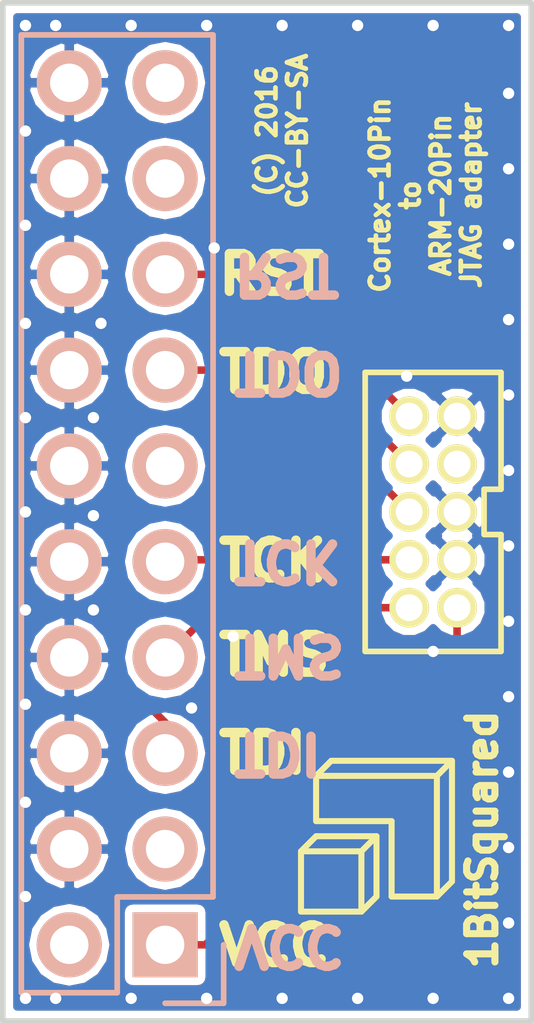
<source format=kicad_pcb>
(kicad_pcb (version 4) (host pcbnew 4.0.1-3.201512221402+6198~38~ubuntu14.04.1-stable)

  (general
    (links 63)
    (no_connects 0)
    (area 19.924999 19.924999 34.075001 47.075001)
    (thickness 1.6)
    (drawings 19)
    (tracks 18)
    (zones 0)
    (modules 49)
    (nets 14)
  )

  (page A4)
  (title_block
    (title "JTAG 10 to 20 pin adapter.")
    (rev V1.0)
    (company 1BitSquared)
    (comment 1 "(C) 2016")
    (comment 2 "CC-BY-SA V4.0")
  )

  (layers
    (0 F.Cu signal)
    (31 B.Cu signal)
    (32 B.Adhes user)
    (33 F.Adhes user)
    (34 B.Paste user)
    (35 F.Paste user)
    (36 B.SilkS user)
    (37 F.SilkS user)
    (38 B.Mask user)
    (39 F.Mask user)
    (40 Dwgs.User user)
    (41 Cmts.User user)
    (42 Eco1.User user)
    (43 Eco2.User user)
    (44 Edge.Cuts user)
    (45 Margin user)
    (46 B.CrtYd user)
    (47 F.CrtYd user)
    (48 B.Fab user)
    (49 F.Fab user)
  )

  (setup
    (last_trace_width 0.2)
    (trace_clearance 0.2)
    (zone_clearance 0.2)
    (zone_45_only no)
    (trace_min 0.2)
    (segment_width 0.2)
    (edge_width 0.15)
    (via_size 0.6)
    (via_drill 0.4)
    (via_min_size 0.4)
    (via_min_drill 0.3)
    (uvia_size 0.3)
    (uvia_drill 0.1)
    (uvias_allowed no)
    (uvia_min_size 0.2)
    (uvia_min_drill 0.1)
    (pcb_text_width 0.3)
    (pcb_text_size 1.5 1.5)
    (mod_edge_width 0.15)
    (mod_text_size 1 1)
    (mod_text_width 0.15)
    (pad_size 0.5 0.5)
    (pad_drill 0.3)
    (pad_to_mask_clearance 0.07)
    (aux_axis_origin 0 0)
    (visible_elements FFFFFF7F)
    (pcbplotparams
      (layerselection 0x00030_80000001)
      (usegerberextensions false)
      (excludeedgelayer true)
      (linewidth 0.100000)
      (plotframeref false)
      (viasonmask false)
      (mode 1)
      (useauxorigin false)
      (hpglpennumber 1)
      (hpglpenspeed 20)
      (hpglpendiameter 15)
      (hpglpenoverlay 2)
      (psnegative false)
      (psa4output false)
      (plotreference true)
      (plotvalue true)
      (plotinvisibletext false)
      (padsonsilk false)
      (subtractmaskfromsilk false)
      (outputformat 1)
      (mirror false)
      (drillshape 1)
      (scaleselection 1)
      (outputdirectory ""))
  )

  (net 0 "")
  (net 1 GND)
  (net 2 "Net-(X1-Pad7)")
  (net 3 "Net-(X2-Pad2)")
  (net 4 "Net-(X2-Pad3)")
  (net 5 "Net-(X2-Pad11)")
  (net 6 "Net-(X2-Pad17)")
  (net 7 "Net-(X2-Pad19)")
  (net 8 /TMS)
  (net 9 /VCC)
  (net 10 /TCK)
  (net 11 /TDO)
  (net 12 /TDI)
  (net 13 /RST)

  (net_class Default "This is the default net class."
    (clearance 0.2)
    (trace_width 0.2)
    (via_dia 0.6)
    (via_drill 0.4)
    (uvia_dia 0.3)
    (uvia_drill 0.1)
    (add_net /RST)
    (add_net /TCK)
    (add_net /TDI)
    (add_net /TDO)
    (add_net /TMS)
    (add_net /VCC)
    (add_net GND)
    (add_net "Net-(X1-Pad7)")
    (add_net "Net-(X2-Pad11)")
    (add_net "Net-(X2-Pad17)")
    (add_net "Net-(X2-Pad19)")
    (add_net "Net-(X2-Pad2)")
    (add_net "Net-(X2-Pad3)")
  )

  (module pkl_misc:via0305 (layer F.Cu) (tedit 56B2E4FA) (tstamp 56B54ED4)
    (at 25.6 26.5)
    (fp_text reference REF** (at 0 0.35) (layer F.SilkS) hide
      (effects (font (size 0.127 0.127) (thickness 0.03175)))
    )
    (fp_text value via0305 (at 0 -0.35) (layer F.Fab) hide
      (effects (font (size 0.127 0.127) (thickness 0.03175)))
    )
    (pad "" thru_hole circle (at 0 0) (size 0.5 0.5) (drill 0.3) (layers *.Cu)
      (net 1 GND) (zone_connect 2))
  )

  (module pkl_misc:via0305 (layer F.Cu) (tedit 56B2E4FA) (tstamp 56B54ED0)
    (at 30.7 29.9)
    (fp_text reference REF** (at 0 0.35) (layer F.SilkS) hide
      (effects (font (size 0.127 0.127) (thickness 0.03175)))
    )
    (fp_text value via0305 (at 0 -0.35) (layer F.Fab) hide
      (effects (font (size 0.127 0.127) (thickness 0.03175)))
    )
    (pad "" thru_hole circle (at 0 0) (size 0.5 0.5) (drill 0.3) (layers *.Cu)
      (net 1 GND) (zone_connect 2))
  )

  (module pkl_misc:via0305 (layer F.Cu) (tedit 56B2E4FA) (tstamp 56B54ECC)
    (at 22.6 28.5)
    (fp_text reference REF** (at 0 0.35) (layer F.SilkS) hide
      (effects (font (size 0.127 0.127) (thickness 0.03175)))
    )
    (fp_text value via0305 (at 0 -0.35) (layer F.Fab) hide
      (effects (font (size 0.127 0.127) (thickness 0.03175)))
    )
    (pad "" thru_hole circle (at 0 0) (size 0.5 0.5) (drill 0.3) (layers *.Cu)
      (net 1 GND) (zone_connect 2))
  )

  (module pkl_misc:via0305 (layer F.Cu) (tedit 56B2E4FA) (tstamp 56B54EC8)
    (at 22.4 31)
    (fp_text reference REF** (at 0 0.35) (layer F.SilkS) hide
      (effects (font (size 0.127 0.127) (thickness 0.03175)))
    )
    (fp_text value via0305 (at 0 -0.35) (layer F.Fab) hide
      (effects (font (size 0.127 0.127) (thickness 0.03175)))
    )
    (pad "" thru_hole circle (at 0 0) (size 0.5 0.5) (drill 0.3) (layers *.Cu)
      (net 1 GND) (zone_connect 2))
  )

  (module pkl_misc:via0305 (layer F.Cu) (tedit 56B2E4FA) (tstamp 56B54EC4)
    (at 22.4 33.6)
    (fp_text reference REF** (at 0 0.35) (layer F.SilkS) hide
      (effects (font (size 0.127 0.127) (thickness 0.03175)))
    )
    (fp_text value via0305 (at 0 -0.35) (layer F.Fab) hide
      (effects (font (size 0.127 0.127) (thickness 0.03175)))
    )
    (pad "" thru_hole circle (at 0 0) (size 0.5 0.5) (drill 0.3) (layers *.Cu)
      (net 1 GND) (zone_connect 2))
  )

  (module pkl_misc:via0305 (layer F.Cu) (tedit 56B2E4FA) (tstamp 56B54EC0)
    (at 22.4 36.1)
    (fp_text reference REF** (at 0 0.35) (layer F.SilkS) hide
      (effects (font (size 0.127 0.127) (thickness 0.03175)))
    )
    (fp_text value via0305 (at 0 -0.35) (layer F.Fab) hide
      (effects (font (size 0.127 0.127) (thickness 0.03175)))
    )
    (pad "" thru_hole circle (at 0 0) (size 0.5 0.5) (drill 0.3) (layers *.Cu)
      (net 1 GND) (zone_connect 2))
  )

  (module pkl_misc:via0305 (layer F.Cu) (tedit 56B2E4FA) (tstamp 56B54EBC)
    (at 25 38.7)
    (fp_text reference REF** (at 0 0.35) (layer F.SilkS) hide
      (effects (font (size 0.127 0.127) (thickness 0.03175)))
    )
    (fp_text value via0305 (at 0 -0.35) (layer F.Fab) hide
      (effects (font (size 0.127 0.127) (thickness 0.03175)))
    )
    (pad "" thru_hole circle (at 0 0) (size 0.5 0.5) (drill 0.3) (layers *.Cu)
      (net 1 GND) (zone_connect 2))
  )

  (module pkl_misc:via0305 (layer F.Cu) (tedit 56B2E4FA) (tstamp 56B54EB8)
    (at 26.1 36.8)
    (fp_text reference REF** (at 0 0.35) (layer F.SilkS) hide
      (effects (font (size 0.127 0.127) (thickness 0.03175)))
    )
    (fp_text value via0305 (at 0 -0.35) (layer F.Fab) hide
      (effects (font (size 0.127 0.127) (thickness 0.03175)))
    )
    (pad "" thru_hole circle (at 0 0) (size 0.5 0.5) (drill 0.3) (layers *.Cu)
      (net 1 GND) (zone_connect 2))
  )

  (module pkl_misc:via0305 (layer F.Cu) (tedit 56B2E4FA) (tstamp 56B54EB4)
    (at 31.4 37.2)
    (fp_text reference REF** (at 0 0.35) (layer F.SilkS) hide
      (effects (font (size 0.127 0.127) (thickness 0.03175)))
    )
    (fp_text value via0305 (at 0 -0.35) (layer F.Fab) hide
      (effects (font (size 0.127 0.127) (thickness 0.03175)))
    )
    (pad "" thru_hole circle (at 0 0) (size 0.5 0.5) (drill 0.3) (layers *.Cu)
      (net 1 GND) (zone_connect 2))
  )

  (module pkl_misc:via0305 (layer F.Cu) (tedit 56B2E4FA) (tstamp 56B54EB0)
    (at 21.4 46.4)
    (fp_text reference REF** (at 0 0.35) (layer F.SilkS) hide
      (effects (font (size 0.127 0.127) (thickness 0.03175)))
    )
    (fp_text value via0305 (at 0 -0.35) (layer F.Fab) hide
      (effects (font (size 0.127 0.127) (thickness 0.03175)))
    )
    (pad "" thru_hole circle (at 0 0) (size 0.5 0.5) (drill 0.3) (layers *.Cu)
      (net 1 GND) (zone_connect 2))
  )

  (module pkl_misc:via0305 (layer F.Cu) (tedit 56B2E4FA) (tstamp 56B54EAC)
    (at 23.4 46.4)
    (fp_text reference REF** (at 0 0.35) (layer F.SilkS) hide
      (effects (font (size 0.127 0.127) (thickness 0.03175)))
    )
    (fp_text value via0305 (at 0 -0.35) (layer F.Fab) hide
      (effects (font (size 0.127 0.127) (thickness 0.03175)))
    )
    (pad "" thru_hole circle (at 0 0) (size 0.5 0.5) (drill 0.3) (layers *.Cu)
      (net 1 GND) (zone_connect 2))
  )

  (module pkl_misc:via0305 (layer F.Cu) (tedit 56B2E4FA) (tstamp 56B54EA8)
    (at 25.4 46.4)
    (fp_text reference REF** (at 0 0.35) (layer F.SilkS) hide
      (effects (font (size 0.127 0.127) (thickness 0.03175)))
    )
    (fp_text value via0305 (at 0 -0.35) (layer F.Fab) hide
      (effects (font (size 0.127 0.127) (thickness 0.03175)))
    )
    (pad "" thru_hole circle (at 0 0) (size 0.5 0.5) (drill 0.3) (layers *.Cu)
      (net 1 GND) (zone_connect 2))
  )

  (module pkl_misc:via0305 (layer F.Cu) (tedit 56B2E4FA) (tstamp 56B54EA4)
    (at 27.4 46.4)
    (fp_text reference REF** (at 0 0.35) (layer F.SilkS) hide
      (effects (font (size 0.127 0.127) (thickness 0.03175)))
    )
    (fp_text value via0305 (at 0 -0.35) (layer F.Fab) hide
      (effects (font (size 0.127 0.127) (thickness 0.03175)))
    )
    (pad "" thru_hole circle (at 0 0) (size 0.5 0.5) (drill 0.3) (layers *.Cu)
      (net 1 GND) (zone_connect 2))
  )

  (module pkl_misc:via0305 (layer F.Cu) (tedit 56B2E4FA) (tstamp 56B54EA0)
    (at 29.4 46.4)
    (fp_text reference REF** (at 0 0.35) (layer F.SilkS) hide
      (effects (font (size 0.127 0.127) (thickness 0.03175)))
    )
    (fp_text value via0305 (at 0 -0.35) (layer F.Fab) hide
      (effects (font (size 0.127 0.127) (thickness 0.03175)))
    )
    (pad "" thru_hole circle (at 0 0) (size 0.5 0.5) (drill 0.3) (layers *.Cu)
      (net 1 GND) (zone_connect 2))
  )

  (module pkl_misc:via0305 (layer F.Cu) (tedit 56B2E4FA) (tstamp 56B54E9C)
    (at 31.4 46.4)
    (fp_text reference REF** (at 0 0.35) (layer F.SilkS) hide
      (effects (font (size 0.127 0.127) (thickness 0.03175)))
    )
    (fp_text value via0305 (at 0 -0.35) (layer F.Fab) hide
      (effects (font (size 0.127 0.127) (thickness 0.03175)))
    )
    (pad "" thru_hole circle (at 0 0) (size 0.5 0.5) (drill 0.3) (layers *.Cu)
      (net 1 GND) (zone_connect 2))
  )

  (module pkl_misc:via0305 (layer F.Cu) (tedit 56B2E4FA) (tstamp 56B54E98)
    (at 20.6 46.4)
    (fp_text reference REF** (at 0 0.35) (layer F.SilkS) hide
      (effects (font (size 0.127 0.127) (thickness 0.03175)))
    )
    (fp_text value via0305 (at 0 -0.35) (layer F.Fab) hide
      (effects (font (size 0.127 0.127) (thickness 0.03175)))
    )
    (pad "" thru_hole circle (at 0 0) (size 0.5 0.5) (drill 0.3) (layers *.Cu)
      (net 1 GND) (zone_connect 2))
  )

  (module pkl_misc:via0305 (layer F.Cu) (tedit 56B2E4FA) (tstamp 56B54E94)
    (at 20.6 43.7)
    (fp_text reference REF** (at 0 0.35) (layer F.SilkS) hide
      (effects (font (size 0.127 0.127) (thickness 0.03175)))
    )
    (fp_text value via0305 (at 0 -0.35) (layer F.Fab) hide
      (effects (font (size 0.127 0.127) (thickness 0.03175)))
    )
    (pad "" thru_hole circle (at 0 0) (size 0.5 0.5) (drill 0.3) (layers *.Cu)
      (net 1 GND) (zone_connect 2))
  )

  (module pkl_misc:via0305 (layer F.Cu) (tedit 56B2E4FA) (tstamp 56B54E90)
    (at 20.6 41.2)
    (fp_text reference REF** (at 0 0.35) (layer F.SilkS) hide
      (effects (font (size 0.127 0.127) (thickness 0.03175)))
    )
    (fp_text value via0305 (at 0 -0.35) (layer F.Fab) hide
      (effects (font (size 0.127 0.127) (thickness 0.03175)))
    )
    (pad "" thru_hole circle (at 0 0) (size 0.5 0.5) (drill 0.3) (layers *.Cu)
      (net 1 GND) (zone_connect 2))
  )

  (module pkl_misc:via0305 (layer F.Cu) (tedit 56B2E4FA) (tstamp 56B54E8C)
    (at 20.6 38.6)
    (fp_text reference REF** (at 0 0.35) (layer F.SilkS) hide
      (effects (font (size 0.127 0.127) (thickness 0.03175)))
    )
    (fp_text value via0305 (at 0 -0.35) (layer F.Fab) hide
      (effects (font (size 0.127 0.127) (thickness 0.03175)))
    )
    (pad "" thru_hole circle (at 0 0) (size 0.5 0.5) (drill 0.3) (layers *.Cu)
      (net 1 GND) (zone_connect 2))
  )

  (module pkl_misc:via0305 (layer F.Cu) (tedit 56B2E4FA) (tstamp 56B54E88)
    (at 20.6 36.1)
    (fp_text reference REF** (at 0 0.35) (layer F.SilkS) hide
      (effects (font (size 0.127 0.127) (thickness 0.03175)))
    )
    (fp_text value via0305 (at 0 -0.35) (layer F.Fab) hide
      (effects (font (size 0.127 0.127) (thickness 0.03175)))
    )
    (pad "" thru_hole circle (at 0 0) (size 0.5 0.5) (drill 0.3) (layers *.Cu)
      (net 1 GND) (zone_connect 2))
  )

  (module pkl_misc:via0305 (layer F.Cu) (tedit 56B2E4FA) (tstamp 56B54E84)
    (at 20.6 33.5)
    (fp_text reference REF** (at 0 0.35) (layer F.SilkS) hide
      (effects (font (size 0.127 0.127) (thickness 0.03175)))
    )
    (fp_text value via0305 (at 0 -0.35) (layer F.Fab) hide
      (effects (font (size 0.127 0.127) (thickness 0.03175)))
    )
    (pad "" thru_hole circle (at 0 0) (size 0.5 0.5) (drill 0.3) (layers *.Cu)
      (net 1 GND) (zone_connect 2))
  )

  (module pkl_misc:via0305 (layer F.Cu) (tedit 56B2E4FA) (tstamp 56B54E80)
    (at 20.6 31)
    (fp_text reference REF** (at 0 0.35) (layer F.SilkS) hide
      (effects (font (size 0.127 0.127) (thickness 0.03175)))
    )
    (fp_text value via0305 (at 0 -0.35) (layer F.Fab) hide
      (effects (font (size 0.127 0.127) (thickness 0.03175)))
    )
    (pad "" thru_hole circle (at 0 0) (size 0.5 0.5) (drill 0.3) (layers *.Cu)
      (net 1 GND) (zone_connect 2))
  )

  (module pkl_misc:via0305 (layer F.Cu) (tedit 56B2E4FA) (tstamp 56B54E7C)
    (at 20.6 28.5)
    (fp_text reference REF** (at 0 0.35) (layer F.SilkS) hide
      (effects (font (size 0.127 0.127) (thickness 0.03175)))
    )
    (fp_text value via0305 (at 0 -0.35) (layer F.Fab) hide
      (effects (font (size 0.127 0.127) (thickness 0.03175)))
    )
    (pad "" thru_hole circle (at 0 0) (size 0.5 0.5) (drill 0.3) (layers *.Cu)
      (net 1 GND) (zone_connect 2))
  )

  (module pkl_misc:via0305 (layer F.Cu) (tedit 56B2E4FA) (tstamp 56B54E78)
    (at 20.6 25.9)
    (fp_text reference REF** (at 0 0.35) (layer F.SilkS) hide
      (effects (font (size 0.127 0.127) (thickness 0.03175)))
    )
    (fp_text value via0305 (at 0 -0.35) (layer F.Fab) hide
      (effects (font (size 0.127 0.127) (thickness 0.03175)))
    )
    (pad "" thru_hole circle (at 0 0) (size 0.5 0.5) (drill 0.3) (layers *.Cu)
      (net 1 GND) (zone_connect 2))
  )

  (module pkl_misc:via0305 (layer F.Cu) (tedit 56B2E4FA) (tstamp 56B54E74)
    (at 20.6 23.4)
    (fp_text reference REF** (at 0 0.35) (layer F.SilkS) hide
      (effects (font (size 0.127 0.127) (thickness 0.03175)))
    )
    (fp_text value via0305 (at 0 -0.35) (layer F.Fab) hide
      (effects (font (size 0.127 0.127) (thickness 0.03175)))
    )
    (pad "" thru_hole circle (at 0 0) (size 0.5 0.5) (drill 0.3) (layers *.Cu)
      (net 1 GND) (zone_connect 2))
  )

  (module pkl_misc:via0305 (layer F.Cu) (tedit 56B2E4FA) (tstamp 56B54E70)
    (at 20.6 20.6)
    (fp_text reference REF** (at 0 0.35) (layer F.SilkS) hide
      (effects (font (size 0.127 0.127) (thickness 0.03175)))
    )
    (fp_text value via0305 (at 0 -0.35) (layer F.Fab) hide
      (effects (font (size 0.127 0.127) (thickness 0.03175)))
    )
    (pad "" thru_hole circle (at 0 0) (size 0.5 0.5) (drill 0.3) (layers *.Cu)
      (net 1 GND) (zone_connect 2))
  )

  (module pkl_misc:via0305 (layer F.Cu) (tedit 56B2E4FA) (tstamp 56B54E6C)
    (at 21.4 20.6)
    (fp_text reference REF** (at 0 0.35) (layer F.SilkS) hide
      (effects (font (size 0.127 0.127) (thickness 0.03175)))
    )
    (fp_text value via0305 (at 0 -0.35) (layer F.Fab) hide
      (effects (font (size 0.127 0.127) (thickness 0.03175)))
    )
    (pad "" thru_hole circle (at 0 0) (size 0.5 0.5) (drill 0.3) (layers *.Cu)
      (net 1 GND) (zone_connect 2))
  )

  (module pkl_misc:via0305 (layer F.Cu) (tedit 56B2E4FA) (tstamp 56B54E68)
    (at 23.4 20.6)
    (fp_text reference REF** (at 0 0.35) (layer F.SilkS) hide
      (effects (font (size 0.127 0.127) (thickness 0.03175)))
    )
    (fp_text value via0305 (at 0 -0.35) (layer F.Fab) hide
      (effects (font (size 0.127 0.127) (thickness 0.03175)))
    )
    (pad "" thru_hole circle (at 0 0) (size 0.5 0.5) (drill 0.3) (layers *.Cu)
      (net 1 GND) (zone_connect 2))
  )

  (module pkl_misc:via0305 (layer F.Cu) (tedit 56B2E4FA) (tstamp 56B54E64)
    (at 25.4 20.6)
    (fp_text reference REF** (at 0 0.35) (layer F.SilkS) hide
      (effects (font (size 0.127 0.127) (thickness 0.03175)))
    )
    (fp_text value via0305 (at 0 -0.35) (layer F.Fab) hide
      (effects (font (size 0.127 0.127) (thickness 0.03175)))
    )
    (pad "" thru_hole circle (at 0 0) (size 0.5 0.5) (drill 0.3) (layers *.Cu)
      (net 1 GND) (zone_connect 2))
  )

  (module pkl_misc:via0305 (layer F.Cu) (tedit 56B2E4FA) (tstamp 56B54E60)
    (at 27.4 20.6)
    (fp_text reference REF** (at 0 0.35) (layer F.SilkS) hide
      (effects (font (size 0.127 0.127) (thickness 0.03175)))
    )
    (fp_text value via0305 (at 0 -0.35) (layer F.Fab) hide
      (effects (font (size 0.127 0.127) (thickness 0.03175)))
    )
    (pad "" thru_hole circle (at 0 0) (size 0.5 0.5) (drill 0.3) (layers *.Cu)
      (net 1 GND) (zone_connect 2))
  )

  (module pkl_misc:via0305 (layer F.Cu) (tedit 56B2E4FA) (tstamp 56B54E5C)
    (at 29.4 20.6)
    (fp_text reference REF** (at 0 0.35) (layer F.SilkS) hide
      (effects (font (size 0.127 0.127) (thickness 0.03175)))
    )
    (fp_text value via0305 (at 0 -0.35) (layer F.Fab) hide
      (effects (font (size 0.127 0.127) (thickness 0.03175)))
    )
    (pad "" thru_hole circle (at 0 0) (size 0.5 0.5) (drill 0.3) (layers *.Cu)
      (net 1 GND) (zone_connect 2))
  )

  (module pkl_misc:via0305 (layer F.Cu) (tedit 56B2E4FA) (tstamp 56B54E54)
    (at 31.4 20.6)
    (fp_text reference REF** (at 0 0.35) (layer F.SilkS) hide
      (effects (font (size 0.127 0.127) (thickness 0.03175)))
    )
    (fp_text value via0305 (at 0 -0.35) (layer F.Fab) hide
      (effects (font (size 0.127 0.127) (thickness 0.03175)))
    )
    (pad "" thru_hole circle (at 0 0) (size 0.5 0.5) (drill 0.3) (layers *.Cu)
      (net 1 GND) (zone_connect 2))
  )

  (module pkl_misc:via0305 (layer F.Cu) (tedit 56B2E4FA) (tstamp 56B54E50)
    (at 33.4 20.6)
    (fp_text reference REF** (at 0 0.35) (layer F.SilkS) hide
      (effects (font (size 0.127 0.127) (thickness 0.03175)))
    )
    (fp_text value via0305 (at 0 -0.35) (layer F.Fab) hide
      (effects (font (size 0.127 0.127) (thickness 0.03175)))
    )
    (pad "" thru_hole circle (at 0 0) (size 0.5 0.5) (drill 0.3) (layers *.Cu)
      (net 1 GND) (zone_connect 2))
  )

  (module pkl_misc:via0305 (layer F.Cu) (tedit 56B2E4FA) (tstamp 56B54E4C)
    (at 33.4 22.4)
    (fp_text reference REF** (at 0 0.35) (layer F.SilkS) hide
      (effects (font (size 0.127 0.127) (thickness 0.03175)))
    )
    (fp_text value via0305 (at 0 -0.35) (layer F.Fab) hide
      (effects (font (size 0.127 0.127) (thickness 0.03175)))
    )
    (pad "" thru_hole circle (at 0 0) (size 0.5 0.5) (drill 0.3) (layers *.Cu)
      (net 1 GND) (zone_connect 2))
  )

  (module pkl_misc:via0305 (layer F.Cu) (tedit 56B2E4FA) (tstamp 56B54E48)
    (at 33.4 24.4)
    (fp_text reference REF** (at 0 0.35) (layer F.SilkS) hide
      (effects (font (size 0.127 0.127) (thickness 0.03175)))
    )
    (fp_text value via0305 (at 0 -0.35) (layer F.Fab) hide
      (effects (font (size 0.127 0.127) (thickness 0.03175)))
    )
    (pad "" thru_hole circle (at 0 0) (size 0.5 0.5) (drill 0.3) (layers *.Cu)
      (net 1 GND) (zone_connect 2))
  )

  (module pkl_misc:via0305 (layer F.Cu) (tedit 56B2E4FA) (tstamp 56B54E44)
    (at 33.4 26.4)
    (fp_text reference REF** (at 0 0.35) (layer F.SilkS) hide
      (effects (font (size 0.127 0.127) (thickness 0.03175)))
    )
    (fp_text value via0305 (at 0 -0.35) (layer F.Fab) hide
      (effects (font (size 0.127 0.127) (thickness 0.03175)))
    )
    (pad "" thru_hole circle (at 0 0) (size 0.5 0.5) (drill 0.3) (layers *.Cu)
      (net 1 GND) (zone_connect 2))
  )

  (module pkl_misc:via0305 (layer F.Cu) (tedit 56B2E4FA) (tstamp 56B54E40)
    (at 33.4 28.4)
    (fp_text reference REF** (at 0 0.35) (layer F.SilkS) hide
      (effects (font (size 0.127 0.127) (thickness 0.03175)))
    )
    (fp_text value via0305 (at 0 -0.35) (layer F.Fab) hide
      (effects (font (size 0.127 0.127) (thickness 0.03175)))
    )
    (pad "" thru_hole circle (at 0 0) (size 0.5 0.5) (drill 0.3) (layers *.Cu)
      (net 1 GND) (zone_connect 2))
  )

  (module pkl_misc:via0305 (layer F.Cu) (tedit 56B2E4FA) (tstamp 56B54E3C)
    (at 33.4 30.4)
    (fp_text reference REF** (at 0 0.35) (layer F.SilkS) hide
      (effects (font (size 0.127 0.127) (thickness 0.03175)))
    )
    (fp_text value via0305 (at 0 -0.35) (layer F.Fab) hide
      (effects (font (size 0.127 0.127) (thickness 0.03175)))
    )
    (pad "" thru_hole circle (at 0 0) (size 0.5 0.5) (drill 0.3) (layers *.Cu)
      (net 1 GND) (zone_connect 2))
  )

  (module pkl_misc:via0305 (layer F.Cu) (tedit 56B2E4FA) (tstamp 56B54E38)
    (at 33.4 32.4)
    (fp_text reference REF** (at 0 0.35) (layer F.SilkS) hide
      (effects (font (size 0.127 0.127) (thickness 0.03175)))
    )
    (fp_text value via0305 (at 0 -0.35) (layer F.Fab) hide
      (effects (font (size 0.127 0.127) (thickness 0.03175)))
    )
    (pad "" thru_hole circle (at 0 0) (size 0.5 0.5) (drill 0.3) (layers *.Cu)
      (net 1 GND) (zone_connect 2))
  )

  (module pkl_misc:via0305 (layer F.Cu) (tedit 56B2E4FA) (tstamp 56B54E34)
    (at 33.4 34.4)
    (fp_text reference REF** (at 0 0.35) (layer F.SilkS) hide
      (effects (font (size 0.127 0.127) (thickness 0.03175)))
    )
    (fp_text value via0305 (at 0 -0.35) (layer F.Fab) hide
      (effects (font (size 0.127 0.127) (thickness 0.03175)))
    )
    (pad "" thru_hole circle (at 0 0) (size 0.5 0.5) (drill 0.3) (layers *.Cu)
      (net 1 GND) (zone_connect 2))
  )

  (module pkl_misc:via0305 (layer F.Cu) (tedit 56B2E4FA) (tstamp 56B54E30)
    (at 33.4 36.4)
    (fp_text reference REF** (at 0 0.35) (layer F.SilkS) hide
      (effects (font (size 0.127 0.127) (thickness 0.03175)))
    )
    (fp_text value via0305 (at 0 -0.35) (layer F.Fab) hide
      (effects (font (size 0.127 0.127) (thickness 0.03175)))
    )
    (pad "" thru_hole circle (at 0 0) (size 0.5 0.5) (drill 0.3) (layers *.Cu)
      (net 1 GND) (zone_connect 2))
  )

  (module pkl_misc:via0305 (layer F.Cu) (tedit 56B2E4FA) (tstamp 56B54E2C)
    (at 33.4 38.4)
    (fp_text reference REF** (at 0 0.35) (layer F.SilkS) hide
      (effects (font (size 0.127 0.127) (thickness 0.03175)))
    )
    (fp_text value via0305 (at 0 -0.35) (layer F.Fab) hide
      (effects (font (size 0.127 0.127) (thickness 0.03175)))
    )
    (pad "" thru_hole circle (at 0 0) (size 0.5 0.5) (drill 0.3) (layers *.Cu)
      (net 1 GND) (zone_connect 2))
  )

  (module pkl_misc:via0305 (layer F.Cu) (tedit 56B2E4FA) (tstamp 56B54E24)
    (at 33.4 40.4)
    (fp_text reference REF** (at 0 0.35) (layer F.SilkS) hide
      (effects (font (size 0.127 0.127) (thickness 0.03175)))
    )
    (fp_text value via0305 (at 0 -0.35) (layer F.Fab) hide
      (effects (font (size 0.127 0.127) (thickness 0.03175)))
    )
    (pad "" thru_hole circle (at 0 0) (size 0.5 0.5) (drill 0.3) (layers *.Cu)
      (net 1 GND) (zone_connect 2))
  )

  (module pkl_misc:via0305 (layer F.Cu) (tedit 56B2E4FA) (tstamp 56B54E1C)
    (at 33.4 42.4)
    (fp_text reference REF** (at 0 0.35) (layer F.SilkS) hide
      (effects (font (size 0.127 0.127) (thickness 0.03175)))
    )
    (fp_text value via0305 (at 0 -0.35) (layer F.Fab) hide
      (effects (font (size 0.127 0.127) (thickness 0.03175)))
    )
    (pad "" thru_hole circle (at 0 0) (size 0.5 0.5) (drill 0.3) (layers *.Cu)
      (net 1 GND) (zone_connect 2))
  )

  (module pkl_misc:via0305 (layer F.Cu) (tedit 56B2E4FA) (tstamp 56B54E14)
    (at 33.4 44.4)
    (fp_text reference REF** (at 0 0.35) (layer F.SilkS) hide
      (effects (font (size 0.127 0.127) (thickness 0.03175)))
    )
    (fp_text value via0305 (at 0 -0.35) (layer F.Fab) hide
      (effects (font (size 0.127 0.127) (thickness 0.03175)))
    )
    (pad "" thru_hole circle (at 0 0) (size 0.5 0.5) (drill 0.3) (layers *.Cu)
      (net 1 GND) (zone_connect 2))
  )

  (module Socket_Strips:Socket_Strip_Straight_2x10 (layer B.Cu) (tedit 56B2E492) (tstamp 56B5174C)
    (at 24.3 44.98 90)
    (descr "Through hole socket strip")
    (tags "socket strip")
    (path /56B39F62)
    (fp_text reference X2 (at 11.8 5 90) (layer B.Fab)
      (effects (font (size 1 1) (thickness 0.15)) (justify mirror))
    )
    (fp_text value JTAG-20 (at 11.58 2.8 90) (layer B.Fab)
      (effects (font (size 1 1) (thickness 0.15)) (justify mirror))
    )
    (fp_line (start -1.75 1.75) (end -1.75 -4.3) (layer B.CrtYd) (width 0.05))
    (fp_line (start 24.65 1.75) (end 24.65 -4.3) (layer B.CrtYd) (width 0.05))
    (fp_line (start -1.75 1.75) (end 24.65 1.75) (layer B.CrtYd) (width 0.05))
    (fp_line (start -1.75 -4.3) (end 24.65 -4.3) (layer B.CrtYd) (width 0.05))
    (fp_line (start 24.13 -3.81) (end -1.27 -3.81) (layer B.SilkS) (width 0.15))
    (fp_line (start 1.27 1.27) (end 24.13 1.27) (layer B.SilkS) (width 0.15))
    (fp_line (start 24.13 -3.81) (end 24.13 1.27) (layer B.SilkS) (width 0.15))
    (fp_line (start -1.27 -3.81) (end -1.27 -1.27) (layer B.SilkS) (width 0.15))
    (fp_line (start 0 1.55) (end -1.55 1.55) (layer B.SilkS) (width 0.15))
    (fp_line (start -1.27 -1.27) (end 1.27 -1.27) (layer B.SilkS) (width 0.15))
    (fp_line (start 1.27 -1.27) (end 1.27 1.27) (layer B.SilkS) (width 0.15))
    (fp_line (start -1.55 1.55) (end -1.55 0) (layer B.SilkS) (width 0.15))
    (pad 1 thru_hole rect (at 0 0 90) (size 1.7272 1.7272) (drill 1.016) (layers *.Cu *.Mask B.SilkS)
      (net 9 /VCC))
    (pad 2 thru_hole oval (at 0 -2.54 90) (size 1.7272 1.7272) (drill 1.016) (layers *.Cu *.Mask B.SilkS)
      (net 3 "Net-(X2-Pad2)"))
    (pad 3 thru_hole oval (at 2.54 0 90) (size 1.7272 1.7272) (drill 1.016) (layers *.Cu *.Mask B.SilkS)
      (net 4 "Net-(X2-Pad3)"))
    (pad 4 thru_hole oval (at 2.54 -2.54 90) (size 1.7272 1.7272) (drill 1.016) (layers *.Cu *.Mask B.SilkS)
      (net 1 GND))
    (pad 5 thru_hole oval (at 5.08 0 90) (size 1.7272 1.7272) (drill 1.016) (layers *.Cu *.Mask B.SilkS)
      (net 12 /TDI))
    (pad 6 thru_hole oval (at 5.08 -2.54 90) (size 1.7272 1.7272) (drill 1.016) (layers *.Cu *.Mask B.SilkS)
      (net 1 GND))
    (pad 7 thru_hole oval (at 7.62 0 90) (size 1.7272 1.7272) (drill 1.016) (layers *.Cu *.Mask B.SilkS)
      (net 8 /TMS))
    (pad 8 thru_hole oval (at 7.62 -2.54 90) (size 1.7272 1.7272) (drill 1.016) (layers *.Cu *.Mask B.SilkS)
      (net 1 GND))
    (pad 9 thru_hole oval (at 10.16 0 90) (size 1.7272 1.7272) (drill 1.016) (layers *.Cu *.Mask B.SilkS)
      (net 10 /TCK))
    (pad 10 thru_hole oval (at 10.16 -2.54 90) (size 1.7272 1.7272) (drill 1.016) (layers *.Cu *.Mask B.SilkS)
      (net 1 GND))
    (pad 11 thru_hole oval (at 12.7 0 90) (size 1.7272 1.7272) (drill 1.016) (layers *.Cu *.Mask B.SilkS)
      (net 5 "Net-(X2-Pad11)"))
    (pad 12 thru_hole oval (at 12.7 -2.54 90) (size 1.7272 1.7272) (drill 1.016) (layers *.Cu *.Mask B.SilkS)
      (net 1 GND))
    (pad 13 thru_hole oval (at 15.24 0 90) (size 1.7272 1.7272) (drill 1.016) (layers *.Cu *.Mask B.SilkS)
      (net 11 /TDO))
    (pad 14 thru_hole oval (at 15.24 -2.54 90) (size 1.7272 1.7272) (drill 1.016) (layers *.Cu *.Mask B.SilkS)
      (net 1 GND))
    (pad 15 thru_hole oval (at 17.78 0 90) (size 1.7272 1.7272) (drill 1.016) (layers *.Cu *.Mask B.SilkS)
      (net 13 /RST))
    (pad 16 thru_hole oval (at 17.78 -2.54 90) (size 1.7272 1.7272) (drill 1.016) (layers *.Cu *.Mask B.SilkS)
      (net 1 GND))
    (pad 17 thru_hole oval (at 20.32 0 90) (size 1.7272 1.7272) (drill 1.016) (layers *.Cu *.Mask B.SilkS)
      (net 6 "Net-(X2-Pad17)"))
    (pad 18 thru_hole oval (at 20.32 -2.54 90) (size 1.7272 1.7272) (drill 1.016) (layers *.Cu *.Mask B.SilkS)
      (net 1 GND))
    (pad 19 thru_hole oval (at 22.86 0 90) (size 1.7272 1.7272) (drill 1.016) (layers *.Cu *.Mask B.SilkS)
      (net 7 "Net-(X2-Pad19)"))
    (pad 20 thru_hole oval (at 22.86 -2.54 90) (size 1.7272 1.7272) (drill 1.016) (layers *.Cu *.Mask B.SilkS)
      (net 1 GND))
    (model Socket_Strips.3dshapes/Socket_Strip_Straight_2x10.wrl
      (at (xyz 0.45 -0.05 0))
      (scale (xyz 1 1 1))
      (rotate (xyz 0 0 180))
    )
  )

  (module pkl_samtec:FTSH-105-XX-X-D (layer F.Cu) (tedit 56B2E47E) (tstamp 56B51728)
    (at 31.4 33.5 90)
    (path /56B39A9A)
    (fp_text reference X1 (at -4.9 0 180) (layer F.Fab)
      (effects (font (size 1.2 1.2) (thickness 0.15)))
    )
    (fp_text value JTAG-10 (at -0.2 -2.75 90) (layer F.Fab)
      (effects (font (size 1.2 1.2) (thickness 0.15)))
    )
    (fp_line (start -3.7 1.8) (end -0.6 1.8) (layer F.SilkS) (width 0.15))
    (fp_line (start 0.6 1.8) (end 3.7 1.8) (layer F.SilkS) (width 0.15))
    (fp_line (start 3.7 1.8) (end 3.7 -1.8) (layer F.SilkS) (width 0.15))
    (fp_line (start 3.7 -1.8) (end -3.7 -1.8) (layer F.SilkS) (width 0.15))
    (fp_line (start -3.7 -1.8) (end -3.7 1.8) (layer F.SilkS) (width 0.15))
    (fp_line (start -0.6 1.8) (end -0.6 1.35) (layer F.SilkS) (width 0.15))
    (fp_line (start -0.6 1.35) (end 0.6 1.35) (layer F.SilkS) (width 0.15))
    (fp_line (start 0.6 1.35) (end 0.6 1.8) (layer F.SilkS) (width 0.15))
    (pad 2 thru_hole circle (at -2.54 -0.635 90) (size 1.05 1.05) (drill 0.71) (layers *.Cu *.Mask F.SilkS)
      (net 8 /TMS))
    (pad 1 thru_hole circle (at -2.54 0.635 90) (size 1.05 1.05) (drill 0.71) (layers *.Cu *.Mask F.SilkS)
      (net 9 /VCC))
    (pad 4 thru_hole circle (at -1.27 -0.635 90) (size 1.05 1.05) (drill 0.71) (layers *.Cu *.Mask F.SilkS)
      (net 10 /TCK))
    (pad 3 thru_hole circle (at -1.27 0.635 90) (size 1.05 1.05) (drill 0.71) (layers *.Cu *.Mask F.SilkS)
      (net 1 GND))
    (pad 6 thru_hole circle (at 0 -0.635 90) (size 1.05 1.05) (drill 0.71) (layers *.Cu *.Mask F.SilkS)
      (net 11 /TDO))
    (pad 5 thru_hole circle (at 0 0.635 90) (size 1.05 1.05) (drill 0.71) (layers *.Cu *.Mask F.SilkS)
      (net 1 GND))
    (pad 8 thru_hole circle (at 1.27 -0.635 90) (size 1.05 1.05) (drill 0.71) (layers *.Cu *.Mask F.SilkS)
      (net 12 /TDI))
    (pad 7 thru_hole circle (at 1.27 0.635 90) (size 1.05 1.05) (drill 0.71) (layers *.Cu *.Mask F.SilkS)
      (net 2 "Net-(X1-Pad7)"))
    (pad 10 thru_hole circle (at 2.54 -0.635 90) (size 1.05 1.05) (drill 0.71) (layers *.Cu *.Mask F.SilkS)
      (net 13 /RST))
    (pad 9 thru_hole circle (at 2.54 0.635 90) (size 1.05 1.05) (drill 0.71) (layers *.Cu *.Mask F.SilkS)
      (net 1 GND))
    (model Pin_Headers.3dshapes/Pin_Header_Straight_2x05.wrl
      (at (xyz 0 0 0))
      (scale (xyz 0.5 0.5 0.5))
      (rotate (xyz 0 0 0))
    )
  )

  (module pkl_misc:via0305 (layer F.Cu) (tedit 56B2E4FA) (tstamp 56B54DF8)
    (at 33.4 46.4)
    (fp_text reference REF** (at 0 0.35) (layer F.SilkS) hide
      (effects (font (size 0.127 0.127) (thickness 0.03175)))
    )
    (fp_text value via0305 (at 0 -0.35) (layer F.Fab) hide
      (effects (font (size 0.127 0.127) (thickness 0.03175)))
    )
    (pad "" thru_hole circle (at 0 0) (size 0.5 0.5) (drill 0.3) (layers *.Cu)
      (net 1 GND) (zone_connect 2))
  )

  (module pkl_logos:1b2_Logo_SilkS_4mm (layer F.Cu) (tedit 56B2E6B3) (tstamp 56B5518E)
    (at 29.9 42.1 90)
    (fp_text reference REF** (at 0 3 90) (layer F.Fab) hide
      (effects (font (size 1 1) (thickness 0.15)))
    )
    (fp_text value 1b2_Logo_SilkS_4mm (at 0 -3 90) (layer F.Fab) hide
      (effects (font (size 1 1) (thickness 0.15)))
    )
    (fp_line (start -1.2 2) (end 2 2) (layer F.SilkS) (width 0.16))
    (fp_line (start -1.6 1.6) (end -1.2 2) (layer F.SilkS) (width 0.16))
    (fp_line (start 2 2) (end 1.6 1.6) (layer F.SilkS) (width 0.16))
    (fp_line (start 2 -1.2) (end 2 2) (layer F.SilkS) (width 0.16))
    (fp_line (start 1.6 -1.6) (end 2 -1.2) (layer F.SilkS) (width 0.16))
    (fp_line (start 1.6 1.6) (end 1.6 -1.6) (layer F.SilkS) (width 0.16))
    (fp_line (start -1.6 1.6) (end 1.6 1.6) (layer F.SilkS) (width 0.16))
    (fp_line (start -1.6 0.4) (end -1.6 1.6) (layer F.SilkS) (width 0.16))
    (fp_line (start 0.4 0.4) (end -1.6 0.4) (layer F.SilkS) (width 0.16))
    (fp_line (start 0.4 -1.6) (end 0.4 0.4) (layer F.SilkS) (width 0.16))
    (fp_line (start 1.6 -1.6) (end 0.4 -1.6) (layer F.SilkS) (width 0.16))
    (fp_line (start -1.6 0) (end 0 0) (layer F.SilkS) (width 0.16))
    (fp_line (start -2 -0.4) (end -1.6 0) (layer F.SilkS) (width 0.16))
    (fp_line (start 0 0) (end -0.4 -0.4) (layer F.SilkS) (width 0.16))
    (fp_line (start 0 -1.6) (end 0 0) (layer F.SilkS) (width 0.16))
    (fp_line (start -0.4 -2) (end 0 -1.6) (layer F.SilkS) (width 0.16))
    (fp_line (start -2 -0.4) (end -0.4 -0.4) (layer F.SilkS) (width 0.16))
    (fp_line (start -2 -2) (end -2 -0.4) (layer F.SilkS) (width 0.16))
    (fp_line (start -0.4 -2) (end -2 -2) (layer F.SilkS) (width 0.16))
    (fp_line (start -0.4 -0.4) (end -0.4 -2) (layer F.SilkS) (width 0.16))
  )

  (gr_text "(C) 2016\nCC-BY-SA" (at 27.4 23.4 90) (layer F.SilkS) (tstamp 56B55244)
    (effects (font (size 0.5 0.5) (thickness 0.125)))
  )
  (gr_text 1BitSquared (at 32.7 45.7 90) (layer F.SilkS) (tstamp 56B55204)
    (effects (font (size 0.75 0.75) (thickness 0.1875)) (justify left))
  )
  (gr_text RST (at 26 27.2 180) (layer B.SilkS) (tstamp 56B551EC)
    (effects (font (size 1 1) (thickness 0.25)) (justify left mirror))
  )
  (gr_text TDO (at 26 29.8 180) (layer B.SilkS) (tstamp 56B551E9)
    (effects (font (size 1 1) (thickness 0.25)) (justify left mirror))
  )
  (gr_text TCK (at 26 34.8 180) (layer B.SilkS) (tstamp 56B551E6)
    (effects (font (size 1 1) (thickness 0.25)) (justify left mirror))
  )
  (gr_text TMS (at 26 37.3 180) (layer B.SilkS) (tstamp 56B551E3)
    (effects (font (size 1 1) (thickness 0.25)) (justify left mirror))
  )
  (gr_text TDI (at 26 39.9 180) (layer B.SilkS) (tstamp 56B551DF)
    (effects (font (size 1 1) (thickness 0.25)) (justify left mirror))
  )
  (gr_text VCC (at 25.6 45) (layer F.SilkS) (tstamp 56B551D8)
    (effects (font (size 1 1) (thickness 0.25)) (justify left))
  )
  (gr_text "Cortex-10Pin\nto\nARM-20Pin\nJTAG adapter" (at 31.2 25.1 90) (layer F.SilkS)
    (effects (font (size 0.5 0.5) (thickness 0.125)))
  )
  (gr_text VCC (at 26 45 180) (layer B.SilkS) (tstamp 56B51ABF)
    (effects (font (size 1 1) (thickness 0.25)) (justify left mirror))
  )
  (gr_text TDI (at 25.6 39.9) (layer F.SilkS) (tstamp 56B51ABD)
    (effects (font (size 1 1) (thickness 0.25)) (justify left))
  )
  (gr_text TMS (at 25.6 37.3) (layer F.SilkS) (tstamp 56B51ABC)
    (effects (font (size 1 1) (thickness 0.25)) (justify left))
  )
  (gr_text TCK (at 25.6 34.8) (layer F.SilkS) (tstamp 56B51ABB)
    (effects (font (size 1 1) (thickness 0.25)) (justify left))
  )
  (gr_text TDO (at 25.6 29.8) (layer F.SilkS) (tstamp 56B51ABA)
    (effects (font (size 1 1) (thickness 0.25)) (justify left))
  )
  (gr_text RST (at 25.6 27.2) (layer F.SilkS)
    (effects (font (size 1 1) (thickness 0.25)) (justify left))
  )
  (gr_line (start 20 47) (end 20 20) (layer Edge.Cuts) (width 0.15))
  (gr_line (start 34 47) (end 20 47) (layer Edge.Cuts) (width 0.15))
  (gr_line (start 34 20) (end 34 47) (layer Edge.Cuts) (width 0.15))
  (gr_line (start 20 20) (end 34 20) (layer Edge.Cuts) (width 0.15))

  (segment (start 30.765 36.04) (end 25.62 36.04) (width 0.2) (layer F.Cu) (net 8))
  (segment (start 25.62 36.04) (end 24.3 37.36) (width 0.2) (layer F.Cu) (net 8))
  (segment (start 32.035 36.04) (end 32.035 38.3086) (width 0.2) (layer F.Cu) (net 9))
  (segment (start 32.035 38.3086) (end 25.3636 44.98) (width 0.2) (layer F.Cu) (net 9))
  (segment (start 25.3636 44.98) (end 24.3 44.98) (width 0.2) (layer F.Cu) (net 9))
  (segment (start 30.765 34.77) (end 24.35 34.77) (width 0.2) (layer F.Cu) (net 10))
  (segment (start 24.35 34.77) (end 24.3 34.82) (width 0.2) (layer F.Cu) (net 10))
  (segment (start 30.765 33.5) (end 27.005 29.74) (width 0.2) (layer F.Cu) (net 11))
  (segment (start 27.005 29.74) (end 24.3 29.74) (width 0.2) (layer F.Cu) (net 11))
  (segment (start 24.3 39.9) (end 24.3 39.08213) (width 0.2) (layer F.Cu) (net 12))
  (segment (start 24.3 39.08213) (end 23 37.78213) (width 0.2) (layer F.Cu) (net 12))
  (segment (start 23 37.78213) (end 23 29.1) (width 0.2) (layer F.Cu) (net 12))
  (segment (start 23 29.1) (end 23.6 28.5) (width 0.2) (layer F.Cu) (net 12))
  (segment (start 27.035 28.5) (end 30.240001 31.705001) (width 0.2) (layer F.Cu) (net 12))
  (segment (start 23.6 28.5) (end 27.035 28.5) (width 0.2) (layer F.Cu) (net 12))
  (segment (start 30.240001 31.705001) (end 30.765 32.23) (width 0.2) (layer F.Cu) (net 12))
  (segment (start 30.765 30.96) (end 27.005 27.2) (width 0.2) (layer F.Cu) (net 13))
  (segment (start 27.005 27.2) (end 24.3 27.2) (width 0.2) (layer F.Cu) (net 13))

  (zone (net 1) (net_name GND) (layer F.Cu) (tstamp 0) (hatch edge 0.508)
    (connect_pads (clearance 0.2))
    (min_thickness 0.2)
    (fill yes (arc_segments 16) (thermal_gap 0.2) (thermal_bridge_width 0.25))
    (polygon
      (pts
        (xy 20 20) (xy 34 20) (xy 34 47) (xy 20 47)
      )
    )
    (filled_polygon
      (pts
        (xy 33.625 46.625) (xy 20.375 46.625) (xy 20.375 44.957204) (xy 20.5964 44.957204) (xy 20.5964 45.002796)
        (xy 20.684974 45.448086) (xy 20.937211 45.825585) (xy 21.31471 46.077822) (xy 21.76 46.166396) (xy 22.20529 46.077822)
        (xy 22.582789 45.825585) (xy 22.835026 45.448086) (xy 22.9236 45.002796) (xy 22.9236 44.957204) (xy 22.835026 44.511914)
        (xy 22.582789 44.134415) (xy 22.20529 43.882178) (xy 21.76 43.793604) (xy 21.31471 43.882178) (xy 20.937211 44.134415)
        (xy 20.684974 44.511914) (xy 20.5964 44.957204) (xy 20.375 44.957204) (xy 20.375 42.646678) (xy 20.614899 42.646678)
        (xy 20.781157 43.069157) (xy 21.096435 43.395852) (xy 21.512735 43.577027) (xy 21.553323 43.585098) (xy 21.735 43.528313)
        (xy 21.735 42.465) (xy 21.785 42.465) (xy 21.785 43.528313) (xy 21.966677 43.585098) (xy 22.007265 43.577027)
        (xy 22.423565 43.395852) (xy 22.738843 43.069157) (xy 22.905101 42.646678) (xy 22.848334 42.465) (xy 21.785 42.465)
        (xy 21.735 42.465) (xy 20.671666 42.465) (xy 20.614899 42.646678) (xy 20.375 42.646678) (xy 20.375 42.417204)
        (xy 23.1364 42.417204) (xy 23.1364 42.462796) (xy 23.224974 42.908086) (xy 23.477211 43.285585) (xy 23.85471 43.537822)
        (xy 24.3 43.626396) (xy 24.74529 43.537822) (xy 25.122789 43.285585) (xy 25.375026 42.908086) (xy 25.4636 42.462796)
        (xy 25.4636 42.417204) (xy 25.375026 41.971914) (xy 25.122789 41.594415) (xy 24.74529 41.342178) (xy 24.3 41.253604)
        (xy 23.85471 41.342178) (xy 23.477211 41.594415) (xy 23.224974 41.971914) (xy 23.1364 42.417204) (xy 20.375 42.417204)
        (xy 20.375 42.233322) (xy 20.614899 42.233322) (xy 20.671666 42.415) (xy 21.735 42.415) (xy 21.735 41.351687)
        (xy 21.785 41.351687) (xy 21.785 42.415) (xy 22.848334 42.415) (xy 22.905101 42.233322) (xy 22.738843 41.810843)
        (xy 22.423565 41.484148) (xy 22.007265 41.302973) (xy 21.966677 41.294902) (xy 21.785 41.351687) (xy 21.735 41.351687)
        (xy 21.553323 41.294902) (xy 21.512735 41.302973) (xy 21.096435 41.484148) (xy 20.781157 41.810843) (xy 20.614899 42.233322)
        (xy 20.375 42.233322) (xy 20.375 40.106678) (xy 20.614899 40.106678) (xy 20.781157 40.529157) (xy 21.096435 40.855852)
        (xy 21.512735 41.037027) (xy 21.553323 41.045098) (xy 21.735 40.988313) (xy 21.735 39.925) (xy 21.785 39.925)
        (xy 21.785 40.988313) (xy 21.966677 41.045098) (xy 22.007265 41.037027) (xy 22.423565 40.855852) (xy 22.738843 40.529157)
        (xy 22.905101 40.106678) (xy 22.848334 39.925) (xy 21.785 39.925) (xy 21.735 39.925) (xy 20.671666 39.925)
        (xy 20.614899 40.106678) (xy 20.375 40.106678) (xy 20.375 39.693322) (xy 20.614899 39.693322) (xy 20.671666 39.875)
        (xy 21.735 39.875) (xy 21.735 38.811687) (xy 21.785 38.811687) (xy 21.785 39.875) (xy 22.848334 39.875)
        (xy 22.905101 39.693322) (xy 22.738843 39.270843) (xy 22.423565 38.944148) (xy 22.007265 38.762973) (xy 21.966677 38.754902)
        (xy 21.785 38.811687) (xy 21.735 38.811687) (xy 21.553323 38.754902) (xy 21.512735 38.762973) (xy 21.096435 38.944148)
        (xy 20.781157 39.270843) (xy 20.614899 39.693322) (xy 20.375 39.693322) (xy 20.375 37.566678) (xy 20.614899 37.566678)
        (xy 20.781157 37.989157) (xy 21.096435 38.315852) (xy 21.512735 38.497027) (xy 21.553323 38.505098) (xy 21.735 38.448313)
        (xy 21.735 37.385) (xy 20.671666 37.385) (xy 20.614899 37.566678) (xy 20.375 37.566678) (xy 20.375 37.153322)
        (xy 20.614899 37.153322) (xy 20.671666 37.335) (xy 21.735 37.335) (xy 21.735 36.271687) (xy 21.553323 36.214902)
        (xy 21.512735 36.222973) (xy 21.096435 36.404148) (xy 20.781157 36.730843) (xy 20.614899 37.153322) (xy 20.375 37.153322)
        (xy 20.375 35.026678) (xy 20.614899 35.026678) (xy 20.781157 35.449157) (xy 21.096435 35.775852) (xy 21.512735 35.957027)
        (xy 21.553323 35.965098) (xy 21.735 35.908313) (xy 21.735 34.845) (xy 20.671666 34.845) (xy 20.614899 35.026678)
        (xy 20.375 35.026678) (xy 20.375 34.613322) (xy 20.614899 34.613322) (xy 20.671666 34.795) (xy 21.735 34.795)
        (xy 21.735 33.731687) (xy 21.553323 33.674902) (xy 21.512735 33.682973) (xy 21.096435 33.864148) (xy 20.781157 34.190843)
        (xy 20.614899 34.613322) (xy 20.375 34.613322) (xy 20.375 32.486678) (xy 20.614899 32.486678) (xy 20.781157 32.909157)
        (xy 21.096435 33.235852) (xy 21.512735 33.417027) (xy 21.553323 33.425098) (xy 21.735 33.368313) (xy 21.735 32.305)
        (xy 20.671666 32.305) (xy 20.614899 32.486678) (xy 20.375 32.486678) (xy 20.375 32.073322) (xy 20.614899 32.073322)
        (xy 20.671666 32.255) (xy 21.735 32.255) (xy 21.735 31.191687) (xy 21.553323 31.134902) (xy 21.512735 31.142973)
        (xy 21.096435 31.324148) (xy 20.781157 31.650843) (xy 20.614899 32.073322) (xy 20.375 32.073322) (xy 20.375 29.946678)
        (xy 20.614899 29.946678) (xy 20.781157 30.369157) (xy 21.096435 30.695852) (xy 21.512735 30.877027) (xy 21.553323 30.885098)
        (xy 21.735 30.828313) (xy 21.735 29.765) (xy 20.671666 29.765) (xy 20.614899 29.946678) (xy 20.375 29.946678)
        (xy 20.375 29.533322) (xy 20.614899 29.533322) (xy 20.671666 29.715) (xy 21.735 29.715) (xy 21.735 28.651687)
        (xy 21.785 28.651687) (xy 21.785 29.715) (xy 21.805 29.715) (xy 21.805 29.765) (xy 21.785 29.765)
        (xy 21.785 30.828313) (xy 21.966677 30.885098) (xy 22.007265 30.877027) (xy 22.423565 30.695852) (xy 22.6 30.513028)
        (xy 22.6 31.506972) (xy 22.423565 31.324148) (xy 22.007265 31.142973) (xy 21.966677 31.134902) (xy 21.785 31.191687)
        (xy 21.785 32.255) (xy 21.805 32.255) (xy 21.805 32.305) (xy 21.785 32.305) (xy 21.785 33.368313)
        (xy 21.966677 33.425098) (xy 22.007265 33.417027) (xy 22.423565 33.235852) (xy 22.6 33.053028) (xy 22.6 34.046972)
        (xy 22.423565 33.864148) (xy 22.007265 33.682973) (xy 21.966677 33.674902) (xy 21.785 33.731687) (xy 21.785 34.795)
        (xy 21.805 34.795) (xy 21.805 34.845) (xy 21.785 34.845) (xy 21.785 35.908313) (xy 21.966677 35.965098)
        (xy 22.007265 35.957027) (xy 22.423565 35.775852) (xy 22.6 35.593028) (xy 22.6 36.586972) (xy 22.423565 36.404148)
        (xy 22.007265 36.222973) (xy 21.966677 36.214902) (xy 21.785 36.271687) (xy 21.785 37.335) (xy 21.805 37.335)
        (xy 21.805 37.385) (xy 21.785 37.385) (xy 21.785 38.448313) (xy 21.966677 38.505098) (xy 22.007265 38.497027)
        (xy 22.423565 38.315852) (xy 22.696096 38.033452) (xy 22.717157 38.064973) (xy 23.614719 38.962535) (xy 23.477211 39.054415)
        (xy 23.224974 39.431914) (xy 23.1364 39.877204) (xy 23.1364 39.922796) (xy 23.224974 40.368086) (xy 23.477211 40.745585)
        (xy 23.85471 40.997822) (xy 24.3 41.086396) (xy 24.74529 40.997822) (xy 25.122789 40.745585) (xy 25.375026 40.368086)
        (xy 25.4636 39.922796) (xy 25.4636 39.877204) (xy 25.375026 39.431914) (xy 25.122789 39.054415) (xy 24.74529 38.802178)
        (xy 24.546114 38.762559) (xy 24.324982 38.541427) (xy 24.74529 38.457822) (xy 25.122789 38.205585) (xy 25.375026 37.828086)
        (xy 25.4636 37.382796) (xy 25.4636 37.337204) (xy 25.375026 36.891914) (xy 25.358502 36.867184) (xy 25.785686 36.44)
        (xy 30.037625 36.44) (xy 30.065191 36.506715) (xy 30.297065 36.738993) (xy 30.600177 36.864857) (xy 30.928383 36.865143)
        (xy 31.231715 36.739809) (xy 31.40009 36.571727) (xy 31.567065 36.738993) (xy 31.635 36.767202) (xy 31.635 38.142915)
        (xy 25.469477 44.308437) (xy 25.469477 44.1164) (xy 25.448558 44.005227) (xy 25.382855 43.903121) (xy 25.282603 43.834622)
        (xy 25.1636 43.810523) (xy 23.4364 43.810523) (xy 23.325227 43.831442) (xy 23.223121 43.897145) (xy 23.154622 43.997397)
        (xy 23.130523 44.1164) (xy 23.130523 45.8436) (xy 23.151442 45.954773) (xy 23.217145 46.056879) (xy 23.317397 46.125378)
        (xy 23.4364 46.149477) (xy 25.1636 46.149477) (xy 25.274773 46.128558) (xy 25.376879 46.062855) (xy 25.445378 45.962603)
        (xy 25.469477 45.8436) (xy 25.469477 45.35894) (xy 25.516674 45.349552) (xy 25.646443 45.262843) (xy 32.31784 38.591445)
        (xy 32.317843 38.591443) (xy 32.404552 38.461673) (xy 32.435 38.3086) (xy 32.435 36.767375) (xy 32.501715 36.739809)
        (xy 32.733993 36.507935) (xy 32.859857 36.204823) (xy 32.860143 35.876617) (xy 32.734809 35.573285) (xy 32.540598 35.378736)
        (xy 32.558793 35.329148) (xy 32.035 34.805355) (xy 31.511207 35.329148) (xy 31.529475 35.378934) (xy 31.39991 35.508273)
        (xy 31.296727 35.40491) (xy 31.426264 35.275598) (xy 31.475852 35.293793) (xy 31.999645 34.77) (xy 32.070355 34.77)
        (xy 32.594148 35.293793) (xy 32.729909 35.243979) (xy 32.858396 34.94197) (xy 32.861529 34.613779) (xy 32.738829 34.309372)
        (xy 32.729909 34.296021) (xy 32.594148 34.246207) (xy 32.070355 34.77) (xy 31.999645 34.77) (xy 31.475852 34.246207)
        (xy 31.426066 34.264475) (xy 31.296727 34.13491) (xy 31.37262 34.059148) (xy 31.511207 34.059148) (xy 31.539039 34.135)
        (xy 31.511207 34.210852) (xy 32.035 34.734645) (xy 32.558793 34.210852) (xy 32.530961 34.135) (xy 32.558793 34.059148)
        (xy 32.035 33.535355) (xy 31.511207 34.059148) (xy 31.37262 34.059148) (xy 31.426264 34.005598) (xy 31.475852 34.023793)
        (xy 31.999645 33.5) (xy 32.070355 33.5) (xy 32.594148 34.023793) (xy 32.729909 33.973979) (xy 32.858396 33.67197)
        (xy 32.861529 33.343779) (xy 32.738829 33.039372) (xy 32.729909 33.026021) (xy 32.594148 32.976207) (xy 32.070355 33.5)
        (xy 31.999645 33.5) (xy 31.475852 32.976207) (xy 31.426066 32.994475) (xy 31.296727 32.86491) (xy 31.40009 32.761727)
        (xy 31.529402 32.891264) (xy 31.511207 32.940852) (xy 32.035 33.464645) (xy 32.558793 32.940852) (xy 32.540525 32.891066)
        (xy 32.733993 32.697935) (xy 32.859857 32.394823) (xy 32.860143 32.066617) (xy 32.734809 31.763285) (xy 32.540598 31.568736)
        (xy 32.558793 31.519148) (xy 32.035 30.995355) (xy 31.511207 31.519148) (xy 31.529475 31.568934) (xy 31.39991 31.698273)
        (xy 31.296727 31.59491) (xy 31.426264 31.465598) (xy 31.475852 31.483793) (xy 31.999645 30.96) (xy 32.070355 30.96)
        (xy 32.594148 31.483793) (xy 32.729909 31.433979) (xy 32.858396 31.13197) (xy 32.861529 30.803779) (xy 32.738829 30.499372)
        (xy 32.729909 30.486021) (xy 32.594148 30.436207) (xy 32.070355 30.96) (xy 31.999645 30.96) (xy 31.475852 30.436207)
        (xy 31.426066 30.454475) (xy 31.372537 30.400852) (xy 31.511207 30.400852) (xy 32.035 30.924645) (xy 32.558793 30.400852)
        (xy 32.508979 30.265091) (xy 32.20697 30.136604) (xy 31.878779 30.133471) (xy 31.574372 30.256171) (xy 31.561021 30.265091)
        (xy 31.511207 30.400852) (xy 31.372537 30.400852) (xy 31.232935 30.261007) (xy 30.929823 30.135143) (xy 30.601617 30.134857)
        (xy 30.533633 30.162947) (xy 27.287843 26.917157) (xy 27.158074 26.830448) (xy 27.005 26.8) (xy 25.388569 26.8)
        (xy 25.375026 26.731914) (xy 25.122789 26.354415) (xy 24.74529 26.102178) (xy 24.3 26.013604) (xy 23.85471 26.102178)
        (xy 23.477211 26.354415) (xy 23.224974 26.731914) (xy 23.1364 27.177204) (xy 23.1364 27.222796) (xy 23.224974 27.668086)
        (xy 23.477211 28.045585) (xy 23.568135 28.106338) (xy 23.446926 28.130448) (xy 23.317157 28.217157) (xy 22.717157 28.817157)
        (xy 22.630448 28.946926) (xy 22.630448 28.946927) (xy 22.621939 28.989705) (xy 22.423565 28.784148) (xy 22.007265 28.602973)
        (xy 21.966677 28.594902) (xy 21.785 28.651687) (xy 21.735 28.651687) (xy 21.553323 28.594902) (xy 21.512735 28.602973)
        (xy 21.096435 28.784148) (xy 20.781157 29.110843) (xy 20.614899 29.533322) (xy 20.375 29.533322) (xy 20.375 27.406678)
        (xy 20.614899 27.406678) (xy 20.781157 27.829157) (xy 21.096435 28.155852) (xy 21.512735 28.337027) (xy 21.553323 28.345098)
        (xy 21.735 28.288313) (xy 21.735 27.225) (xy 21.785 27.225) (xy 21.785 28.288313) (xy 21.966677 28.345098)
        (xy 22.007265 28.337027) (xy 22.423565 28.155852) (xy 22.738843 27.829157) (xy 22.905101 27.406678) (xy 22.848334 27.225)
        (xy 21.785 27.225) (xy 21.735 27.225) (xy 20.671666 27.225) (xy 20.614899 27.406678) (xy 20.375 27.406678)
        (xy 20.375 26.993322) (xy 20.614899 26.993322) (xy 20.671666 27.175) (xy 21.735 27.175) (xy 21.735 26.111687)
        (xy 21.785 26.111687) (xy 21.785 27.175) (xy 22.848334 27.175) (xy 22.905101 26.993322) (xy 22.738843 26.570843)
        (xy 22.423565 26.244148) (xy 22.007265 26.062973) (xy 21.966677 26.054902) (xy 21.785 26.111687) (xy 21.735 26.111687)
        (xy 21.553323 26.054902) (xy 21.512735 26.062973) (xy 21.096435 26.244148) (xy 20.781157 26.570843) (xy 20.614899 26.993322)
        (xy 20.375 26.993322) (xy 20.375 24.866678) (xy 20.614899 24.866678) (xy 20.781157 25.289157) (xy 21.096435 25.615852)
        (xy 21.512735 25.797027) (xy 21.553323 25.805098) (xy 21.735 25.748313) (xy 21.735 24.685) (xy 21.785 24.685)
        (xy 21.785 25.748313) (xy 21.966677 25.805098) (xy 22.007265 25.797027) (xy 22.423565 25.615852) (xy 22.738843 25.289157)
        (xy 22.905101 24.866678) (xy 22.848334 24.685) (xy 21.785 24.685) (xy 21.735 24.685) (xy 20.671666 24.685)
        (xy 20.614899 24.866678) (xy 20.375 24.866678) (xy 20.375 24.637204) (xy 23.1364 24.637204) (xy 23.1364 24.682796)
        (xy 23.224974 25.128086) (xy 23.477211 25.505585) (xy 23.85471 25.757822) (xy 24.3 25.846396) (xy 24.74529 25.757822)
        (xy 25.122789 25.505585) (xy 25.375026 25.128086) (xy 25.4636 24.682796) (xy 25.4636 24.637204) (xy 25.375026 24.191914)
        (xy 25.122789 23.814415) (xy 24.74529 23.562178) (xy 24.3 23.473604) (xy 23.85471 23.562178) (xy 23.477211 23.814415)
        (xy 23.224974 24.191914) (xy 23.1364 24.637204) (xy 20.375 24.637204) (xy 20.375 24.453322) (xy 20.614899 24.453322)
        (xy 20.671666 24.635) (xy 21.735 24.635) (xy 21.735 23.571687) (xy 21.785 23.571687) (xy 21.785 24.635)
        (xy 22.848334 24.635) (xy 22.905101 24.453322) (xy 22.738843 24.030843) (xy 22.423565 23.704148) (xy 22.007265 23.522973)
        (xy 21.966677 23.514902) (xy 21.785 23.571687) (xy 21.735 23.571687) (xy 21.553323 23.514902) (xy 21.512735 23.522973)
        (xy 21.096435 23.704148) (xy 20.781157 24.030843) (xy 20.614899 24.453322) (xy 20.375 24.453322) (xy 20.375 22.326678)
        (xy 20.614899 22.326678) (xy 20.781157 22.749157) (xy 21.096435 23.075852) (xy 21.512735 23.257027) (xy 21.553323 23.265098)
        (xy 21.735 23.208313) (xy 21.735 22.145) (xy 21.785 22.145) (xy 21.785 23.208313) (xy 21.966677 23.265098)
        (xy 22.007265 23.257027) (xy 22.423565 23.075852) (xy 22.738843 22.749157) (xy 22.905101 22.326678) (xy 22.848334 22.145)
        (xy 21.785 22.145) (xy 21.735 22.145) (xy 20.671666 22.145) (xy 20.614899 22.326678) (xy 20.375 22.326678)
        (xy 20.375 22.097204) (xy 23.1364 22.097204) (xy 23.1364 22.142796) (xy 23.224974 22.588086) (xy 23.477211 22.965585)
        (xy 23.85471 23.217822) (xy 24.3 23.306396) (xy 24.74529 23.217822) (xy 25.122789 22.965585) (xy 25.375026 22.588086)
        (xy 25.4636 22.142796) (xy 25.4636 22.097204) (xy 25.375026 21.651914) (xy 25.122789 21.274415) (xy 24.74529 21.022178)
        (xy 24.3 20.933604) (xy 23.85471 21.022178) (xy 23.477211 21.274415) (xy 23.224974 21.651914) (xy 23.1364 22.097204)
        (xy 20.375 22.097204) (xy 20.375 21.913322) (xy 20.614899 21.913322) (xy 20.671666 22.095) (xy 21.735 22.095)
        (xy 21.735 21.031687) (xy 21.785 21.031687) (xy 21.785 22.095) (xy 22.848334 22.095) (xy 22.905101 21.913322)
        (xy 22.738843 21.490843) (xy 22.423565 21.164148) (xy 22.007265 20.982973) (xy 21.966677 20.974902) (xy 21.785 21.031687)
        (xy 21.735 21.031687) (xy 21.553323 20.974902) (xy 21.512735 20.982973) (xy 21.096435 21.164148) (xy 20.781157 21.490843)
        (xy 20.614899 21.913322) (xy 20.375 21.913322) (xy 20.375 20.375) (xy 33.625 20.375)
      )
    )
  )
  (zone (net 1) (net_name GND) (layer B.Cu) (tstamp 56B5176C) (hatch edge 0.508)
    (connect_pads (clearance 0.2))
    (min_thickness 0.2)
    (fill yes (arc_segments 16) (thermal_gap 0.2) (thermal_bridge_width 0.25))
    (polygon
      (pts
        (xy 20 19.980421) (xy 34 19.980421) (xy 34 47) (xy 20 47)
      )
    )
    (filled_polygon
      (pts
        (xy 33.625 46.625) (xy 20.375 46.625) (xy 20.375 44.957204) (xy 20.5964 44.957204) (xy 20.5964 45.002796)
        (xy 20.684974 45.448086) (xy 20.937211 45.825585) (xy 21.31471 46.077822) (xy 21.76 46.166396) (xy 22.20529 46.077822)
        (xy 22.582789 45.825585) (xy 22.835026 45.448086) (xy 22.9236 45.002796) (xy 22.9236 44.957204) (xy 22.835026 44.511914)
        (xy 22.582789 44.134415) (xy 22.555828 44.1164) (xy 23.130523 44.1164) (xy 23.130523 45.8436) (xy 23.151442 45.954773)
        (xy 23.217145 46.056879) (xy 23.317397 46.125378) (xy 23.4364 46.149477) (xy 25.1636 46.149477) (xy 25.274773 46.128558)
        (xy 25.376879 46.062855) (xy 25.445378 45.962603) (xy 25.469477 45.8436) (xy 25.469477 44.1164) (xy 25.448558 44.005227)
        (xy 25.382855 43.903121) (xy 25.282603 43.834622) (xy 25.1636 43.810523) (xy 23.4364 43.810523) (xy 23.325227 43.831442)
        (xy 23.223121 43.897145) (xy 23.154622 43.997397) (xy 23.130523 44.1164) (xy 22.555828 44.1164) (xy 22.20529 43.882178)
        (xy 21.76 43.793604) (xy 21.31471 43.882178) (xy 20.937211 44.134415) (xy 20.684974 44.511914) (xy 20.5964 44.957204)
        (xy 20.375 44.957204) (xy 20.375 42.646678) (xy 20.614899 42.646678) (xy 20.781157 43.069157) (xy 21.096435 43.395852)
        (xy 21.512735 43.577027) (xy 21.553323 43.585098) (xy 21.735 43.528313) (xy 21.735 42.465) (xy 21.785 42.465)
        (xy 21.785 43.528313) (xy 21.966677 43.585098) (xy 22.007265 43.577027) (xy 22.423565 43.395852) (xy 22.738843 43.069157)
        (xy 22.905101 42.646678) (xy 22.848334 42.465) (xy 21.785 42.465) (xy 21.735 42.465) (xy 20.671666 42.465)
        (xy 20.614899 42.646678) (xy 20.375 42.646678) (xy 20.375 42.417204) (xy 23.1364 42.417204) (xy 23.1364 42.462796)
        (xy 23.224974 42.908086) (xy 23.477211 43.285585) (xy 23.85471 43.537822) (xy 24.3 43.626396) (xy 24.74529 43.537822)
        (xy 25.122789 43.285585) (xy 25.375026 42.908086) (xy 25.4636 42.462796) (xy 25.4636 42.417204) (xy 25.375026 41.971914)
        (xy 25.122789 41.594415) (xy 24.74529 41.342178) (xy 24.3 41.253604) (xy 23.85471 41.342178) (xy 23.477211 41.594415)
        (xy 23.224974 41.971914) (xy 23.1364 42.417204) (xy 20.375 42.417204) (xy 20.375 42.233322) (xy 20.614899 42.233322)
        (xy 20.671666 42.415) (xy 21.735 42.415) (xy 21.735 41.351687) (xy 21.785 41.351687) (xy 21.785 42.415)
        (xy 22.848334 42.415) (xy 22.905101 42.233322) (xy 22.738843 41.810843) (xy 22.423565 41.484148) (xy 22.007265 41.302973)
        (xy 21.966677 41.294902) (xy 21.785 41.351687) (xy 21.735 41.351687) (xy 21.553323 41.294902) (xy 21.512735 41.302973)
        (xy 21.096435 41.484148) (xy 20.781157 41.810843) (xy 20.614899 42.233322) (xy 20.375 42.233322) (xy 20.375 40.106678)
        (xy 20.614899 40.106678) (xy 20.781157 40.529157) (xy 21.096435 40.855852) (xy 21.512735 41.037027) (xy 21.553323 41.045098)
        (xy 21.735 40.988313) (xy 21.735 39.925) (xy 21.785 39.925) (xy 21.785 40.988313) (xy 21.966677 41.045098)
        (xy 22.007265 41.037027) (xy 22.423565 40.855852) (xy 22.738843 40.529157) (xy 22.905101 40.106678) (xy 22.848334 39.925)
        (xy 21.785 39.925) (xy 21.735 39.925) (xy 20.671666 39.925) (xy 20.614899 40.106678) (xy 20.375 40.106678)
        (xy 20.375 39.877204) (xy 23.1364 39.877204) (xy 23.1364 39.922796) (xy 23.224974 40.368086) (xy 23.477211 40.745585)
        (xy 23.85471 40.997822) (xy 24.3 41.086396) (xy 24.74529 40.997822) (xy 25.122789 40.745585) (xy 25.375026 40.368086)
        (xy 25.4636 39.922796) (xy 25.4636 39.877204) (xy 25.375026 39.431914) (xy 25.122789 39.054415) (xy 24.74529 38.802178)
        (xy 24.3 38.713604) (xy 23.85471 38.802178) (xy 23.477211 39.054415) (xy 23.224974 39.431914) (xy 23.1364 39.877204)
        (xy 20.375 39.877204) (xy 20.375 39.693322) (xy 20.614899 39.693322) (xy 20.671666 39.875) (xy 21.735 39.875)
        (xy 21.735 38.811687) (xy 21.785 38.811687) (xy 21.785 39.875) (xy 22.848334 39.875) (xy 22.905101 39.693322)
        (xy 22.738843 39.270843) (xy 22.423565 38.944148) (xy 22.007265 38.762973) (xy 21.966677 38.754902) (xy 21.785 38.811687)
        (xy 21.735 38.811687) (xy 21.553323 38.754902) (xy 21.512735 38.762973) (xy 21.096435 38.944148) (xy 20.781157 39.270843)
        (xy 20.614899 39.693322) (xy 20.375 39.693322) (xy 20.375 37.566678) (xy 20.614899 37.566678) (xy 20.781157 37.989157)
        (xy 21.096435 38.315852) (xy 21.512735 38.497027) (xy 21.553323 38.505098) (xy 21.735 38.448313) (xy 21.735 37.385)
        (xy 21.785 37.385) (xy 21.785 38.448313) (xy 21.966677 38.505098) (xy 22.007265 38.497027) (xy 22.423565 38.315852)
        (xy 22.738843 37.989157) (xy 22.905101 37.566678) (xy 22.848334 37.385) (xy 21.785 37.385) (xy 21.735 37.385)
        (xy 20.671666 37.385) (xy 20.614899 37.566678) (xy 20.375 37.566678) (xy 20.375 37.337204) (xy 23.1364 37.337204)
        (xy 23.1364 37.382796) (xy 23.224974 37.828086) (xy 23.477211 38.205585) (xy 23.85471 38.457822) (xy 24.3 38.546396)
        (xy 24.74529 38.457822) (xy 25.122789 38.205585) (xy 25.375026 37.828086) (xy 25.4636 37.382796) (xy 25.4636 37.337204)
        (xy 25.375026 36.891914) (xy 25.122789 36.514415) (xy 24.74529 36.262178) (xy 24.3 36.173604) (xy 23.85471 36.262178)
        (xy 23.477211 36.514415) (xy 23.224974 36.891914) (xy 23.1364 37.337204) (xy 20.375 37.337204) (xy 20.375 37.153322)
        (xy 20.614899 37.153322) (xy 20.671666 37.335) (xy 21.735 37.335) (xy 21.735 36.271687) (xy 21.785 36.271687)
        (xy 21.785 37.335) (xy 22.848334 37.335) (xy 22.905101 37.153322) (xy 22.738843 36.730843) (xy 22.423565 36.404148)
        (xy 22.007265 36.222973) (xy 21.966677 36.214902) (xy 21.785 36.271687) (xy 21.735 36.271687) (xy 21.553323 36.214902)
        (xy 21.512735 36.222973) (xy 21.096435 36.404148) (xy 20.781157 36.730843) (xy 20.614899 37.153322) (xy 20.375 37.153322)
        (xy 20.375 35.026678) (xy 20.614899 35.026678) (xy 20.781157 35.449157) (xy 21.096435 35.775852) (xy 21.512735 35.957027)
        (xy 21.553323 35.965098) (xy 21.735 35.908313) (xy 21.735 34.845) (xy 21.785 34.845) (xy 21.785 35.908313)
        (xy 21.966677 35.965098) (xy 22.007265 35.957027) (xy 22.423565 35.775852) (xy 22.738843 35.449157) (xy 22.905101 35.026678)
        (xy 22.848334 34.845) (xy 21.785 34.845) (xy 21.735 34.845) (xy 20.671666 34.845) (xy 20.614899 35.026678)
        (xy 20.375 35.026678) (xy 20.375 34.797204) (xy 23.1364 34.797204) (xy 23.1364 34.842796) (xy 23.224974 35.288086)
        (xy 23.477211 35.665585) (xy 23.85471 35.917822) (xy 24.3 36.006396) (xy 24.74529 35.917822) (xy 25.122789 35.665585)
        (xy 25.375026 35.288086) (xy 25.4636 34.842796) (xy 25.4636 34.797204) (xy 25.375026 34.351914) (xy 25.122789 33.974415)
        (xy 24.74529 33.722178) (xy 24.3 33.633604) (xy 23.85471 33.722178) (xy 23.477211 33.974415) (xy 23.224974 34.351914)
        (xy 23.1364 34.797204) (xy 20.375 34.797204) (xy 20.375 34.613322) (xy 20.614899 34.613322) (xy 20.671666 34.795)
        (xy 21.735 34.795) (xy 21.735 33.731687) (xy 21.785 33.731687) (xy 21.785 34.795) (xy 22.848334 34.795)
        (xy 22.905101 34.613322) (xy 22.738843 34.190843) (xy 22.423565 33.864148) (xy 22.007265 33.682973) (xy 21.966677 33.674902)
        (xy 21.785 33.731687) (xy 21.735 33.731687) (xy 21.553323 33.674902) (xy 21.512735 33.682973) (xy 21.096435 33.864148)
        (xy 20.781157 34.190843) (xy 20.614899 34.613322) (xy 20.375 34.613322) (xy 20.375 32.486678) (xy 20.614899 32.486678)
        (xy 20.781157 32.909157) (xy 21.096435 33.235852) (xy 21.512735 33.417027) (xy 21.553323 33.425098) (xy 21.735 33.368313)
        (xy 21.735 32.305) (xy 21.785 32.305) (xy 21.785 33.368313) (xy 21.966677 33.425098) (xy 22.007265 33.417027)
        (xy 22.423565 33.235852) (xy 22.738843 32.909157) (xy 22.905101 32.486678) (xy 22.848334 32.305) (xy 21.785 32.305)
        (xy 21.735 32.305) (xy 20.671666 32.305) (xy 20.614899 32.486678) (xy 20.375 32.486678) (xy 20.375 32.257204)
        (xy 23.1364 32.257204) (xy 23.1364 32.302796) (xy 23.224974 32.748086) (xy 23.477211 33.125585) (xy 23.85471 33.377822)
        (xy 24.3 33.466396) (xy 24.74529 33.377822) (xy 25.122789 33.125585) (xy 25.375026 32.748086) (xy 25.4636 32.302796)
        (xy 25.4636 32.257204) (xy 25.375026 31.811914) (xy 25.122789 31.434415) (xy 24.74529 31.182178) (xy 24.449709 31.123383)
        (xy 29.939857 31.123383) (xy 30.065191 31.426715) (xy 30.233273 31.59509) (xy 30.066007 31.762065) (xy 29.940143 32.065177)
        (xy 29.939857 32.393383) (xy 30.065191 32.696715) (xy 30.233273 32.86509) (xy 30.066007 33.032065) (xy 29.940143 33.335177)
        (xy 29.939857 33.663383) (xy 30.065191 33.966715) (xy 30.233273 34.13509) (xy 30.066007 34.302065) (xy 29.940143 34.605177)
        (xy 29.939857 34.933383) (xy 30.065191 35.236715) (xy 30.233273 35.40509) (xy 30.066007 35.572065) (xy 29.940143 35.875177)
        (xy 29.939857 36.203383) (xy 30.065191 36.506715) (xy 30.297065 36.738993) (xy 30.600177 36.864857) (xy 30.928383 36.865143)
        (xy 31.231715 36.739809) (xy 31.40009 36.571727) (xy 31.567065 36.738993) (xy 31.870177 36.864857) (xy 32.198383 36.865143)
        (xy 32.501715 36.739809) (xy 32.733993 36.507935) (xy 32.859857 36.204823) (xy 32.860143 35.876617) (xy 32.734809 35.573285)
        (xy 32.540598 35.378736) (xy 32.558793 35.329148) (xy 32.035 34.805355) (xy 31.511207 35.329148) (xy 31.529475 35.378934)
        (xy 31.39991 35.508273) (xy 31.296727 35.40491) (xy 31.426264 35.275598) (xy 31.475852 35.293793) (xy 31.999645 34.77)
        (xy 32.070355 34.77) (xy 32.594148 35.293793) (xy 32.729909 35.243979) (xy 32.858396 34.94197) (xy 32.861529 34.613779)
        (xy 32.738829 34.309372) (xy 32.729909 34.296021) (xy 32.594148 34.246207) (xy 32.070355 34.77) (xy 31.999645 34.77)
        (xy 31.475852 34.246207) (xy 31.426066 34.264475) (xy 31.296727 34.13491) (xy 31.37262 34.059148) (xy 31.511207 34.059148)
        (xy 31.539039 34.135) (xy 31.511207 34.210852) (xy 32.035 34.734645) (xy 32.558793 34.210852) (xy 32.530961 34.135)
        (xy 32.558793 34.059148) (xy 32.035 33.535355) (xy 31.511207 34.059148) (xy 31.37262 34.059148) (xy 31.426264 34.005598)
        (xy 31.475852 34.023793) (xy 31.999645 33.5) (xy 32.070355 33.5) (xy 32.594148 34.023793) (xy 32.729909 33.973979)
        (xy 32.858396 33.67197) (xy 32.861529 33.343779) (xy 32.738829 33.039372) (xy 32.729909 33.026021) (xy 32.594148 32.976207)
        (xy 32.070355 33.5) (xy 31.999645 33.5) (xy 31.475852 32.976207) (xy 31.426066 32.994475) (xy 31.296727 32.86491)
        (xy 31.40009 32.761727) (xy 31.529402 32.891264) (xy 31.511207 32.940852) (xy 32.035 33.464645) (xy 32.558793 32.940852)
        (xy 32.540525 32.891066) (xy 32.733993 32.697935) (xy 32.859857 32.394823) (xy 32.860143 32.066617) (xy 32.734809 31.763285)
        (xy 32.540598 31.568736) (xy 32.558793 31.519148) (xy 32.035 30.995355) (xy 31.511207 31.519148) (xy 31.529475 31.568934)
        (xy 31.39991 31.698273) (xy 31.296727 31.59491) (xy 31.426264 31.465598) (xy 31.475852 31.483793) (xy 31.999645 30.96)
        (xy 32.070355 30.96) (xy 32.594148 31.483793) (xy 32.729909 31.433979) (xy 32.858396 31.13197) (xy 32.861529 30.803779)
        (xy 32.738829 30.499372) (xy 32.729909 30.486021) (xy 32.594148 30.436207) (xy 32.070355 30.96) (xy 31.999645 30.96)
        (xy 31.475852 30.436207) (xy 31.426066 30.454475) (xy 31.372537 30.400852) (xy 31.511207 30.400852) (xy 32.035 30.924645)
        (xy 32.558793 30.400852) (xy 32.508979 30.265091) (xy 32.20697 30.136604) (xy 31.878779 30.133471) (xy 31.574372 30.256171)
        (xy 31.561021 30.265091) (xy 31.511207 30.400852) (xy 31.372537 30.400852) (xy 31.232935 30.261007) (xy 30.929823 30.135143)
        (xy 30.601617 30.134857) (xy 30.298285 30.260191) (xy 30.066007 30.492065) (xy 29.940143 30.795177) (xy 29.939857 31.123383)
        (xy 24.449709 31.123383) (xy 24.3 31.093604) (xy 23.85471 31.182178) (xy 23.477211 31.434415) (xy 23.224974 31.811914)
        (xy 23.1364 32.257204) (xy 20.375 32.257204) (xy 20.375 32.073322) (xy 20.614899 32.073322) (xy 20.671666 32.255)
        (xy 21.735 32.255) (xy 21.735 31.191687) (xy 21.785 31.191687) (xy 21.785 32.255) (xy 22.848334 32.255)
        (xy 22.905101 32.073322) (xy 22.738843 31.650843) (xy 22.423565 31.324148) (xy 22.007265 31.142973) (xy 21.966677 31.134902)
        (xy 21.785 31.191687) (xy 21.735 31.191687) (xy 21.553323 31.134902) (xy 21.512735 31.142973) (xy 21.096435 31.324148)
        (xy 20.781157 31.650843) (xy 20.614899 32.073322) (xy 20.375 32.073322) (xy 20.375 29.946678) (xy 20.614899 29.946678)
        (xy 20.781157 30.369157) (xy 21.096435 30.695852) (xy 21.512735 30.877027) (xy 21.553323 30.885098) (xy 21.735 30.828313)
        (xy 21.735 29.765) (xy 21.785 29.765) (xy 21.785 30.828313) (xy 21.966677 30.885098) (xy 22.007265 30.877027)
        (xy 22.423565 30.695852) (xy 22.738843 30.369157) (xy 22.905101 29.946678) (xy 22.848334 29.765) (xy 21.785 29.765)
        (xy 21.735 29.765) (xy 20.671666 29.765) (xy 20.614899 29.946678) (xy 20.375 29.946678) (xy 20.375 29.717204)
        (xy 23.1364 29.717204) (xy 23.1364 29.762796) (xy 23.224974 30.208086) (xy 23.477211 30.585585) (xy 23.85471 30.837822)
        (xy 24.3 30.926396) (xy 24.74529 30.837822) (xy 25.122789 30.585585) (xy 25.375026 30.208086) (xy 25.4636 29.762796)
        (xy 25.4636 29.717204) (xy 25.375026 29.271914) (xy 25.122789 28.894415) (xy 24.74529 28.642178) (xy 24.3 28.553604)
        (xy 23.85471 28.642178) (xy 23.477211 28.894415) (xy 23.224974 29.271914) (xy 23.1364 29.717204) (xy 20.375 29.717204)
        (xy 20.375 29.533322) (xy 20.614899 29.533322) (xy 20.671666 29.715) (xy 21.735 29.715) (xy 21.735 28.651687)
        (xy 21.785 28.651687) (xy 21.785 29.715) (xy 22.848334 29.715) (xy 22.905101 29.533322) (xy 22.738843 29.110843)
        (xy 22.423565 28.784148) (xy 22.007265 28.602973) (xy 21.966677 28.594902) (xy 21.785 28.651687) (xy 21.735 28.651687)
        (xy 21.553323 28.594902) (xy 21.512735 28.602973) (xy 21.096435 28.784148) (xy 20.781157 29.110843) (xy 20.614899 29.533322)
        (xy 20.375 29.533322) (xy 20.375 27.406678) (xy 20.614899 27.406678) (xy 20.781157 27.829157) (xy 21.096435 28.155852)
        (xy 21.512735 28.337027) (xy 21.553323 28.345098) (xy 21.735 28.288313) (xy 21.735 27.225) (xy 21.785 27.225)
        (xy 21.785 28.288313) (xy 21.966677 28.345098) (xy 22.007265 28.337027) (xy 22.423565 28.155852) (xy 22.738843 27.829157)
        (xy 22.905101 27.406678) (xy 22.848334 27.225) (xy 21.785 27.225) (xy 21.735 27.225) (xy 20.671666 27.225)
        (xy 20.614899 27.406678) (xy 20.375 27.406678) (xy 20.375 27.177204) (xy 23.1364 27.177204) (xy 23.1364 27.222796)
        (xy 23.224974 27.668086) (xy 23.477211 28.045585) (xy 23.85471 28.297822) (xy 24.3 28.386396) (xy 24.74529 28.297822)
        (xy 25.122789 28.045585) (xy 25.375026 27.668086) (xy 25.4636 27.222796) (xy 25.4636 27.177204) (xy 25.375026 26.731914)
        (xy 25.122789 26.354415) (xy 24.74529 26.102178) (xy 24.3 26.013604) (xy 23.85471 26.102178) (xy 23.477211 26.354415)
        (xy 23.224974 26.731914) (xy 23.1364 27.177204) (xy 20.375 27.177204) (xy 20.375 26.993322) (xy 20.614899 26.993322)
        (xy 20.671666 27.175) (xy 21.735 27.175) (xy 21.735 26.111687) (xy 21.785 26.111687) (xy 21.785 27.175)
        (xy 22.848334 27.175) (xy 22.905101 26.993322) (xy 22.738843 26.570843) (xy 22.423565 26.244148) (xy 22.007265 26.062973)
        (xy 21.966677 26.054902) (xy 21.785 26.111687) (xy 21.735 26.111687) (xy 21.553323 26.054902) (xy 21.512735 26.062973)
        (xy 21.096435 26.244148) (xy 20.781157 26.570843) (xy 20.614899 26.993322) (xy 20.375 26.993322) (xy 20.375 24.866678)
        (xy 20.614899 24.866678) (xy 20.781157 25.289157) (xy 21.096435 25.615852) (xy 21.512735 25.797027) (xy 21.553323 25.805098)
        (xy 21.735 25.748313) (xy 21.735 24.685) (xy 21.785 24.685) (xy 21.785 25.748313) (xy 21.966677 25.805098)
        (xy 22.007265 25.797027) (xy 22.423565 25.615852) (xy 22.738843 25.289157) (xy 22.905101 24.866678) (xy 22.848334 24.685)
        (xy 21.785 24.685) (xy 21.735 24.685) (xy 20.671666 24.685) (xy 20.614899 24.866678) (xy 20.375 24.866678)
        (xy 20.375 24.637204) (xy 23.1364 24.637204) (xy 23.1364 24.682796) (xy 23.224974 25.128086) (xy 23.477211 25.505585)
        (xy 23.85471 25.757822) (xy 24.3 25.846396) (xy 24.74529 25.757822) (xy 25.122789 25.505585) (xy 25.375026 25.128086)
        (xy 25.4636 24.682796) (xy 25.4636 24.637204) (xy 25.375026 24.191914) (xy 25.122789 23.814415) (xy 24.74529 23.562178)
        (xy 24.3 23.473604) (xy 23.85471 23.562178) (xy 23.477211 23.814415) (xy 23.224974 24.191914) (xy 23.1364 24.637204)
        (xy 20.375 24.637204) (xy 20.375 24.453322) (xy 20.614899 24.453322) (xy 20.671666 24.635) (xy 21.735 24.635)
        (xy 21.735 23.571687) (xy 21.785 23.571687) (xy 21.785 24.635) (xy 22.848334 24.635) (xy 22.905101 24.453322)
        (xy 22.738843 24.030843) (xy 22.423565 23.704148) (xy 22.007265 23.522973) (xy 21.966677 23.514902) (xy 21.785 23.571687)
        (xy 21.735 23.571687) (xy 21.553323 23.514902) (xy 21.512735 23.522973) (xy 21.096435 23.704148) (xy 20.781157 24.030843)
        (xy 20.614899 24.453322) (xy 20.375 24.453322) (xy 20.375 22.326678) (xy 20.614899 22.326678) (xy 20.781157 22.749157)
        (xy 21.096435 23.075852) (xy 21.512735 23.257027) (xy 21.553323 23.265098) (xy 21.735 23.208313) (xy 21.735 22.145)
        (xy 21.785 22.145) (xy 21.785 23.208313) (xy 21.966677 23.265098) (xy 22.007265 23.257027) (xy 22.423565 23.075852)
        (xy 22.738843 22.749157) (xy 22.905101 22.326678) (xy 22.848334 22.145) (xy 21.785 22.145) (xy 21.735 22.145)
        (xy 20.671666 22.145) (xy 20.614899 22.326678) (xy 20.375 22.326678) (xy 20.375 22.097204) (xy 23.1364 22.097204)
        (xy 23.1364 22.142796) (xy 23.224974 22.588086) (xy 23.477211 22.965585) (xy 23.85471 23.217822) (xy 24.3 23.306396)
        (xy 24.74529 23.217822) (xy 25.122789 22.965585) (xy 25.375026 22.588086) (xy 25.4636 22.142796) (xy 25.4636 22.097204)
        (xy 25.375026 21.651914) (xy 25.122789 21.274415) (xy 24.74529 21.022178) (xy 24.3 20.933604) (xy 23.85471 21.022178)
        (xy 23.477211 21.274415) (xy 23.224974 21.651914) (xy 23.1364 22.097204) (xy 20.375 22.097204) (xy 20.375 21.913322)
        (xy 20.614899 21.913322) (xy 20.671666 22.095) (xy 21.735 22.095) (xy 21.735 21.031687) (xy 21.785 21.031687)
        (xy 21.785 22.095) (xy 22.848334 22.095) (xy 22.905101 21.913322) (xy 22.738843 21.490843) (xy 22.423565 21.164148)
        (xy 22.007265 20.982973) (xy 21.966677 20.974902) (xy 21.785 21.031687) (xy 21.735 21.031687) (xy 21.553323 20.974902)
        (xy 21.512735 20.982973) (xy 21.096435 21.164148) (xy 20.781157 21.490843) (xy 20.614899 21.913322) (xy 20.375 21.913322)
        (xy 20.375 20.375) (xy 33.625 20.375)
      )
    )
  )
)

</source>
